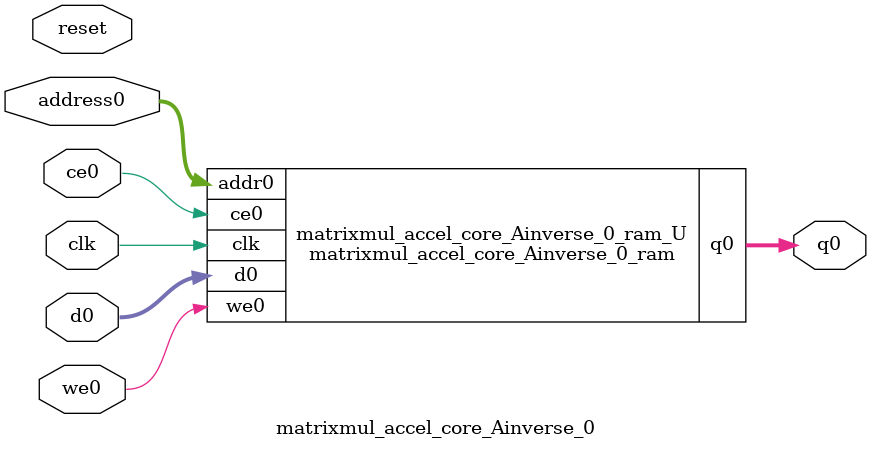
<source format=v>
`timescale 1 ns / 1 ps
module matrixmul_accel_core_Ainverse_0_ram (addr0, ce0, d0, we0, q0,  clk);

parameter DWIDTH = 32;
parameter AWIDTH = 5;
parameter MEM_SIZE = 32;

input[AWIDTH-1:0] addr0;
input ce0;
input[DWIDTH-1:0] d0;
input we0;
output reg[DWIDTH-1:0] q0;
input clk;

(* ram_style = "block" *)reg [DWIDTH-1:0] ram[0:MEM_SIZE-1];




always @(posedge clk)  
begin 
    if (ce0) begin
        if (we0) 
            ram[addr0] <= d0; 
        q0 <= ram[addr0];
    end
end


endmodule

`timescale 1 ns / 1 ps
module matrixmul_accel_core_Ainverse_0(
    reset,
    clk,
    address0,
    ce0,
    we0,
    d0,
    q0);

parameter DataWidth = 32'd32;
parameter AddressRange = 32'd32;
parameter AddressWidth = 32'd5;
input reset;
input clk;
input[AddressWidth - 1:0] address0;
input ce0;
input we0;
input[DataWidth - 1:0] d0;
output[DataWidth - 1:0] q0;



matrixmul_accel_core_Ainverse_0_ram matrixmul_accel_core_Ainverse_0_ram_U(
    .clk( clk ),
    .addr0( address0 ),
    .ce0( ce0 ),
    .we0( we0 ),
    .d0( d0 ),
    .q0( q0 ));

endmodule


</source>
